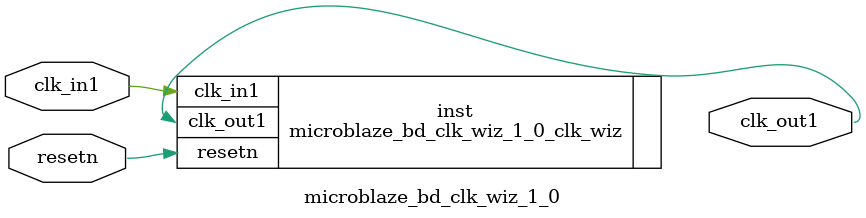
<source format=v>


`timescale 1ps/1ps

(* CORE_GENERATION_INFO = "microblaze_bd_clk_wiz_1_0,clk_wiz_v6_0_4_0_0,{component_name=microblaze_bd_clk_wiz_1_0,use_phase_alignment=true,use_min_o_jitter=false,use_max_i_jitter=false,use_dyn_phase_shift=false,use_inclk_switchover=false,use_dyn_reconfig=false,enable_axi=0,feedback_source=FDBK_AUTO,PRIMITIVE=MMCM,num_out_clk=1,clkin1_period=10.000,clkin2_period=10.000,use_power_down=false,use_reset=true,use_locked=false,use_inclk_stopped=false,feedback_type=SINGLE,CLOCK_MGR_TYPE=NA,manual_override=false}" *)

module microblaze_bd_clk_wiz_1_0 
 (
  // Clock out ports
  output        clk_out1,
  // Status and control signals
  input         resetn,
 // Clock in ports
  input         clk_in1
 );

  microblaze_bd_clk_wiz_1_0_clk_wiz inst
  (
  // Clock out ports  
  .clk_out1(clk_out1),
  // Status and control signals               
  .resetn(resetn), 
 // Clock in ports
  .clk_in1(clk_in1)
  );

endmodule

</source>
